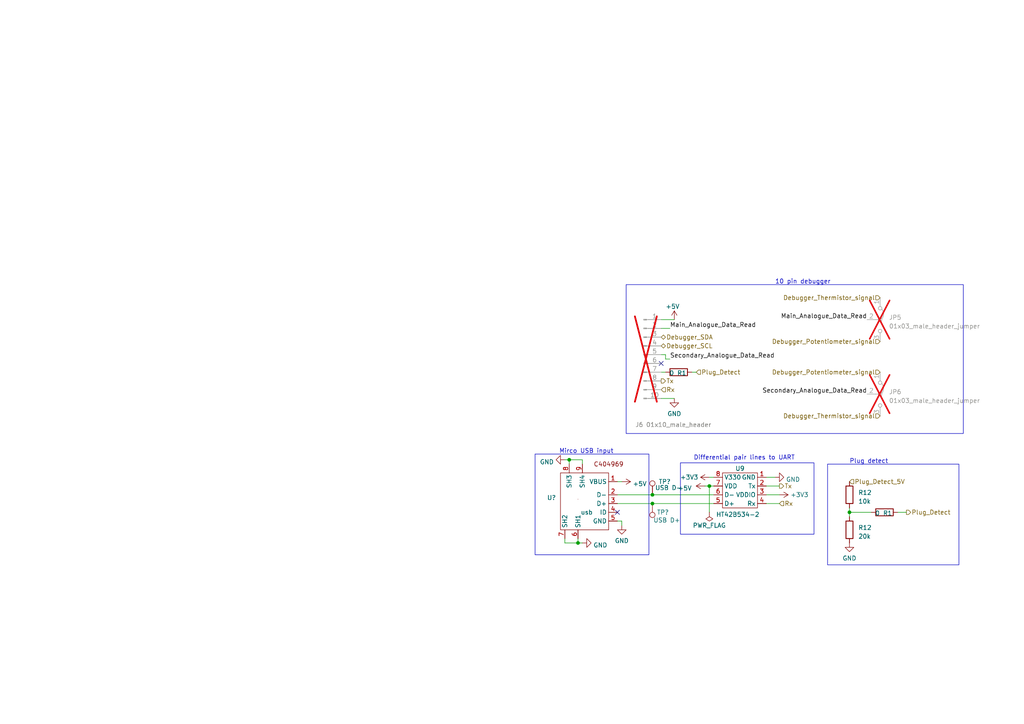
<source format=kicad_sch>
(kicad_sch (version 20230121) (generator eeschema)
  (paper "A4")
  (title_block (title "USB interfacing and 10 pin debugger") (date "2023-03-11") (rev "v0.3") (company "UCT") (comment 1 "Author: Cameron Clark and Robert Dugmore") (comment 2 "For connecting the micro USB to the batttery charger and data extraction from the EEPROM") (comment 3 "For connecting the required 10 pin debugger"))
  (lib_symbols
    (symbol "Connector:Conn_01x10_Pin" (pin_names (offset 1.016) hide)
      (property "Reference" "J" (at 0 12.7 0))
      (property "Value" "Conn_01x10_Pin" (at 0 -15.24 0))
      (symbol "Conn_01x10_Pin_1_1"
        (polyline (pts (xy 1.27 -12.7) (xy 0.8636 -12.7)) (stroke (width 0.1524)))
        (polyline (pts (xy 1.27 -10.16) (xy 0.8636 -10.16)) (stroke (width 0.1524)))
        (polyline (pts (xy 1.27 -7.62) (xy 0.8636 -7.62)) (stroke (width 0.1524)))
        (polyline (pts (xy 1.27 -5.08) (xy 0.8636 -5.08)) (stroke (width 0.1524)))
        (polyline (pts (xy 1.27 -2.54) (xy 0.8636 -2.54)) (stroke (width 0.1524)))
        (polyline (pts (xy 1.27 0) (xy 0.8636 0)) (stroke (width 0.1524)))
        (polyline (pts (xy 1.27 2.54) (xy 0.8636 2.54)) (stroke (width 0.1524)))
        (polyline (pts (xy 1.27 5.08) (xy 0.8636 5.08)) (stroke (width 0.1524)))
        (polyline (pts (xy 1.27 7.62) (xy 0.8636 7.62)) (stroke (width 0.1524)))
        (polyline (pts (xy 1.27 10.16) (xy 0.8636 10.16)) (stroke (width 0.1524)))
        (rectangle (start 0.8636 -12.573) (end 0 -12.827) (stroke (width 0.1524)) (fill (type outline)))
        (rectangle (start 0.8636 -10.033) (end 0 -10.287) (stroke (width 0.1524)) (fill (type outline)))
        (rectangle (start 0.8636 -7.493) (end 0 -7.747) (stroke (width 0.1524)) (fill (type outline)))
        (rectangle (start 0.8636 -4.953) (end 0 -5.207) (stroke (width 0.1524)) (fill (type outline)))
        (rectangle (start 0.8636 -2.413) (end 0 -2.667) (stroke (width 0.1524)) (fill (type outline)))
        (rectangle (start 0.8636 0.127) (end 0 -0.127) (stroke (width 0.1524)) (fill (type outline)))
        (rectangle (start 0.8636 2.667) (end 0 2.413) (stroke (width 0.1524)) (fill (type outline)))
        (rectangle (start 0.8636 5.207) (end 0 4.953) (stroke (width 0.1524)) (fill (type outline)))
        (rectangle (start 0.8636 7.747) (end 0 7.493) (stroke (width 0.1524)) (fill (type outline)))
        (rectangle (start 0.8636 10.287) (end 0 10.033) (stroke (width 0.1524)) (fill (type outline)))
        (pin passive line (at 5.08 10.16 180) (length 3.81) (name "Pin_1") (number "1"))
        (pin passive line (at 5.08 -12.7 180) (length 3.81) (name "Pin_10") (number "10"))
        (pin passive line (at 5.08 7.62 180) (length 3.81) (name "Pin_2") (number "2"))
        (pin passive line (at 5.08 5.08 180) (length 3.81) (name "Pin_3") (number "3"))
        (pin passive line (at 5.08 2.54 180) (length 3.81) (name "Pin_4") (number "4"))
        (pin passive line (at 5.08 0 180) (length 3.81) (name "Pin_5") (number "5"))
        (pin passive line (at 5.08 -2.54 180) (length 3.81) (name "Pin_6") (number "6"))
        (pin passive line (at 5.08 -5.08 180) (length 3.81) (name "Pin_7") (number "7"))
        (pin passive line (at 5.08 -7.62 180) (length 3.81) (name "Pin_8") (number "8"))
        (pin passive line (at 5.08 -10.16 180) (length 3.81) (name "Pin_9") (number "9"))
      )
    )
    (symbol "Connector:TestPoint" (pin_numbers hide) (pin_names (offset 0.762) hide)
      (property "Reference" "TP" (at 0 6.858 0))
      (property "Value" "TestPoint" (at 0 5.08 0))
      (symbol "TestPoint_0_1"
        (circle (center 0 3.302) (radius 0.762))
      )
      (symbol "TestPoint_1_1"
        (pin passive line (at 0 0 90) (length 2.54) (name "1") (number "1"))
      )
    )
    (symbol "Device:R" (pin_numbers hide) (pin_names (offset 0))
      (property "Reference" "R" (at 2.032 0 90))
      (property "Value" "R" (at 0 0 90))
      (symbol "R_0_1"
        (rectangle (start -1.016 -2.54) (end 1.016 2.54) (stroke (width 0.254)))
      )
      (symbol "R_1_1"
        (pin passive line (at 0 3.81 270) (length 1.27) (name "~") (number "1"))
        (pin passive line (at 0 -3.81 90) (length 1.27) (name "~") (number "2"))
      )
    )
    (symbol "EEE3088F_CKR:HT42B534-2"
      (property "Reference" "U" (at 0 6.35 0))
      (property "Value" "HT42B534-2" (at 0 -7.62 0))
      (symbol "HT42B534-2_0_1"
        (rectangle (start -5.08 5.08) (end 5.08 -5.08))
      )
      (symbol "HT42B534-2_1_1"
        (pin input line (at -7.62 3.81 0) (length 2.54) (name "GND") (number "1"))
        (pin input line (at -7.62 1.27 0) (length 2.54) (name "Tx") (number "2"))
        (pin input line (at -7.62 -1.27 0) (length 2.54) (name "VDDIO") (number "3"))
        (pin input line (at -7.62 -3.81 0) (length 2.54) (name "Rx") (number "4"))
        (pin input line (at 7.62 -3.81 180) (length 2.54) (name "D+") (number "5"))
        (pin input line (at 7.62 -1.27 180) (length 2.54) (name "D-") (number "6"))
        (pin input line (at 7.62 1.27 180) (length 2.54) (name "VDD") (number "7"))
        (pin input line (at 7.62 3.81 180) (length 2.54) (name "V330") (number "8"))
      )
    )
    (symbol "Jumper:Jumper_3_Bridged12" (pin_names (offset 0) hide)
      (property "Reference" "JP" (at -2.54 -2.54 0))
      (property "Value" "Jumper_3_Bridged12" (at 0 2.794 0))
      (symbol "Jumper_3_Bridged12_0_0"
        (circle (center -3.302 0) (radius 0.508))
        (circle (center 0 0) (radius 0.508))
        (circle (center 3.302 0) (radius 0.508))
      )
      (symbol "Jumper_3_Bridged12_0_1"
        (arc (start -0.254 0.508) (mid -1.651 0.9912) (end -3.048 0.508))
        (polyline (pts (xy 0 -1.27) (xy 0 -0.508)))
      )
      (symbol "Jumper_3_Bridged12_1_1"
        (pin passive line (at -6.35 0 0) (length 2.54) (name "A") (number "1"))
        (pin passive line (at 0 -3.81 90) (length 2.54) (name "C") (number "2"))
        (pin passive line (at 6.35 0 180) (length 2.54) (name "B") (number "3"))
      )
    )
    (symbol "power:+3V3" (power) (pin_names (offset 0))
      (property "Value" "+3V3" (at 0 3.556 0))
      (symbol "+3V3_0_1"
        (polyline (pts (xy -0.762 1.27) (xy 0 2.54)))
        (polyline (pts (xy 0 0) (xy 0 2.54)))
        (polyline (pts (xy 0 2.54) (xy 0.762 1.27)))
      )
      (symbol "+3V3_1_1"
        (pin power_in line (at 0 0 90) (length 0) hide (name "+3V3") (number "1"))
      )
    )
    (symbol "power:+5V" (power) (pin_names (offset 0))
      (property "Value" "+5V" (at 0 3.556 0))
      (symbol "+5V_0_1"
        (polyline (pts (xy -0.762 1.27) (xy 0 2.54)))
        (polyline (pts (xy 0 0) (xy 0 2.54)))
        (polyline (pts (xy 0 2.54) (xy 0.762 1.27)))
      )
      (symbol "+5V_1_1"
        (pin power_in line (at 0 0 90) (length 0) hide (name "+5V") (number "1"))
      )
    )
    (symbol "power:GND" (power) (pin_names (offset 0))
      (property "Value" "GND" (at 0 -3.81 0))
      (symbol "GND_0_1"
        (polyline (pts (xy 0 0) (xy 0 -1.27) (xy 1.27 -1.27) (xy 0 -2.54) (xy -1.27 -1.27) (xy 0 -1.27)))
      )
      (symbol "GND_1_1"
        (pin power_in line (at 0 0 270) (length 0) hide (name "GND") (number "1"))
      )
    )
    (symbol "power:PWR_FLAG" (power) (pin_numbers hide) (pin_names (offset 0) hide)
      (property "Value" "PWR_FLAG" (at 0 3.81 0))
      (symbol "PWR_FLAG_0_0"
        (pin power_out line (at 0 0 90) (length 0) (name "pwr") (number "1"))
      )
      (symbol "PWR_FLAG_0_1"
        (polyline (pts (xy 0 0) (xy 0 1.27) (xy -1.016 1.905) (xy 0 2.54) (xy 1.016 1.905) (xy 0 1.27)))
      )
    )
    (symbol "power_components_library:C404969"
      (property "Reference" "U" (at -3.81 7.62 0))
      (symbol "C404969_1_1"
        (rectangle (start -6.35 5.08) (end -6.35 5.08))
        (rectangle (start -6.35 5.08) (end 7.62 -11.43))
        (rectangle (start 2.54 -3.81) (end 2.54 -3.81))
        (text "C404969" (at -6.35 -13.97 0) (effects (font (size 1.27 1.27))))
        (pin input line (at -8.89 -8.89 0) (length 2.54) (name "VBUS") (number "1"))
        (pin input line (at -8.89 -5.08 0) (length 2.54) (name "D-") (number "2"))
        (pin input line (at -8.89 -2.54 0) (length 2.54) (name "D+") (number "3"))
        (pin input line (at -8.89 0 0) (length 2.54) (name "ID") (number "4"))
        (pin input line (at -8.89 2.54 0) (length 2.54) (name "GND") (number "5"))
        (pin input line (at 2.54 7.62 270) (length 2.54) (name "SH1") (number "6"))
        (pin input line (at 6.35 7.62 270) (length 2.54) (name "SH2") (number "7"))
        (pin input line (at 5.08 -13.97 90) (length 2.54) (name "SH3") (number "8"))
        (pin input line (at 1.27 -13.97 90) (length 2.54) (name "SH4") (number "9"))
      )
    )
  )
  (junction (at 165.1 133.35))
  (junction (at 189.23 146.05))
  (junction (at 189.23 143.51))
  (junction (at 167.64 157.48))
  (junction (at 246.38 148.59))
  (junction (at 205.74 140.97))
  (no_connect (at 191.77 105.41))
  (no_connect (at 179.07 148.59))
  (wire (pts (xy 194.31 104.14) (xy 193.04 104.14)))
  (wire (pts (xy 168.91 133.35) (xy 168.91 134.62)))
  (wire (pts (xy 165.1 133.35) (xy 165.1 134.62)))
  (wire (pts (xy 189.23 143.51) (xy 207.01 143.51)))
  (wire (pts (xy 195.58 92.71) (xy 191.77 92.71)))
  (wire (pts (xy 191.77 107.95) (xy 193.04 107.95)))
  (wire (pts (xy 180.34 151.13) (xy 180.34 152.4)))
  (wire (pts (xy 179.07 146.05) (xy 189.23 146.05)))
  (wire (pts (xy 193.04 102.87) (xy 191.77 102.87)))
  (wire (pts (xy 194.31 95.25) (xy 191.77 95.25)))
  (wire (pts (xy 189.23 146.05) (xy 207.01 146.05)))
  (wire (pts (xy 179.07 151.13) (xy 180.34 151.13)))
  (wire (pts (xy 222.25 138.43) (xy 224.79 138.43)))
  (wire (pts (xy 222.25 146.05) (xy 226.06 146.05)))
  (wire (pts (xy 222.25 140.97) (xy 226.06 140.97)))
  (wire (pts (xy 191.77 115.57) (xy 195.58 115.57)))
  (wire (pts (xy 163.83 157.48) (xy 167.64 157.48)))
  (wire (pts (xy 205.74 140.97) (xy 205.74 148.59)))
  (wire (pts (xy 205.74 138.43) (xy 207.01 138.43)))
  (wire (pts (xy 179.07 143.51) (xy 189.23 143.51)))
  (wire (pts (xy 193.04 104.14) (xy 193.04 102.87)))
  (wire (pts (xy 179.07 139.7) (xy 180.34 139.7)))
  (wire (pts (xy 260.35 148.59) (xy 262.89 148.59)))
  (wire (pts (xy 246.38 147.32) (xy 246.38 148.59)))
  (wire (pts (xy 246.38 148.59) (xy 246.38 149.86)))
  (wire (pts (xy 163.83 156.21) (xy 163.83 157.48)))
  (wire (pts (xy 205.74 140.97) (xy 207.01 140.97)))
  (wire (pts (xy 222.25 143.51) (xy 226.06 143.51)))
  (wire (pts (xy 246.38 148.59) (xy 252.73 148.59)))
  (wire (pts (xy 167.64 157.48) (xy 167.64 156.21)))
  (wire (pts (xy 165.1 133.35) (xy 168.91 133.35)))
  (wire (pts (xy 167.64 157.48) (xy 168.91 157.48)))
  (wire (pts (xy 163.83 133.35) (xy 165.1 133.35)))
  (wire (pts (xy 200.66 107.95) (xy 201.93 107.95)))
  (wire (pts (xy 204.47 140.97) (xy 205.74 140.97)))
  (rectangle (start 155.194 131.699) (end 188.214 160.909))
  (rectangle (start 240.03 134.62) (end 278.13 163.83))
  (rectangle (start 181.61 82.55) (end 279.4 125.73))
  (rectangle (start 197.358 134.239) (end 236.093 154.94))
  (text "Plug detect" (at 246.38 134.62 0) (effects (font (size 1.27 1.27)) (justify left bottom)))
  (text "Differential pair lines to UART" (at 201.168 133.604 0) (effects (font (size 1.27 1.27)) (justify left bottom)))
  (text "10 pin debugger" (at 224.79 82.55 0) (effects (font (size 1.27 1.27)) (justify left bottom)))
  (text "Mirco USB input" (at 162.179 131.699 0) (effects (font (size 1.27 1.27)) (justify left bottom)))
  (label "Secondary_Analogue_Data_Read" (at 251.46 114.3 180))
  (label "Main_Analogue_Data_Read" (at 194.31 95.25 0))
  (label "Main_Analogue_Data_Read" (at 251.46 92.71 180))
  (label "Secondary_Analogue_Data_Read" (at 194.31 104.14 0))
  (hierarchical_label "Debugger_SDA" (shape bidirectional) (at 191.77 97.79 0))
  (hierarchical_label "Debugger_Potentiometer_signal" (shape input) (at 255.27 107.95 180))
  (hierarchical_label "Debugger_Potentiometer_signal" (shape input) (at 255.27 99.06 180))
  (hierarchical_label "Plug_Detect" (shape output) (at 262.89 148.59 0))
  (hierarchical_label "Rx" (shape input) (at 226.06 146.05 0))
  (hierarchical_label "Plug_Detect" (shape input) (at 201.93 107.95 0))
  (hierarchical_label "Debugger_SCL" (shape bidirectional) (at 191.77 100.33 0))
  (hierarchical_label "Tx" (shape output) (at 191.77 110.49 0))
  (hierarchical_label "Rx" (shape input) (at 191.77 113.03 0))
  (hierarchical_label "Debugger_Thermistor_signal" (shape input) (at 255.27 120.65 180))
  (hierarchical_label "Tx" (shape output) (at 226.06 140.97 0))
  (hierarchical_label "Plug_Detect_5V" (shape input) (at 246.38 139.7 0))
  (hierarchical_label "Debugger_Thermistor_signal" (shape input) (at 255.27 86.36 180))
  (symbol (lib_id "power:GND") (at 224.79 138.43 90) (unit 1)
    (property "Reference" "#PWR055" (effects hide))
    (property "Value" "GND" (at 227.965 139.065 90) (effects (justify right)))
  )
  (symbol (lib_id "Device:R") (at 246.38 153.67 0) (unit 1)
    (property "Reference" "R12" (at 248.92 153.035 0) (effects (justify left)))
    (property "Value" "20k" (at 248.92 155.575 0) (effects (justify left)))
    (property "Footprint" "JLCPartFootprints:R0603" (effects hide))
    (property "Extended Part Cost" "0" (effects hide))
    (property "JLC code" "C4184" (effects hide))
    (property "Part name" "0603WAF2002T5E" (effects hide))
    (property "cost per unit" "0.0010" (effects hide))
    (instances (project "EEE3088F_CKR" (path "" (reference "R12") (unit 1)) (path "" (reference "R60") (unit 1))) (project "power" (path "" (reference "R1") (unit 1))))
  )
  (symbol (lib_id "power:+5V") (at 195.58 92.71 0) (unit 1)
    (property "Reference" "#PWR051" (effects hide))
    (property "Value" "+5V" (at 193.04 88.9 0) (effects (justify left)))
  )
  (symbol (lib_id "power:PWR_FLAG") (at 205.74 148.59 180) (unit 1)
    (property "Reference" "#FLG07" (effects hide))
    (property "Value" "PWR_FLAG" (at 205.74 152.4 0))
  )
  (symbol (lib_id "Connector:TestPoint") (at 189.23 146.05 180) (unit 1)
    (property "Reference" "TP?" (at 190.5 148.59 0) (effects (justify right)))
    (property "Value" "USB D+" (at 189.484 150.876 0) (effects (justify right)))
    (property "Footprint" "CustomFootprints:Testpoint" (effects hide))
    (property "Extended Part Cost" "0" (effects hide))
    (property "cost per unit" "0" (effects hide))
    (property "DNF" "X" (effects hide))
    (instances (project "EEE3088F_CKR" (path "" (reference "TP?") (unit 1)) (path "" (reference "TP?") (unit 1)) (path "" (reference "TP22") (unit 1))))
  )
  (symbol (lib_id "Connector:Conn_01x10_Pin") (at 186.69 102.87 0) (unit 1) (dnp yes)
    (property "Reference" "J6" (at 185.42 123.19 0))
    (property "Value" "01x10_male_header" (at 196.85 123.19 0))
    (property "Footprint" "Connector_PinHeader_2.54mm:PinHeader_1x10_P2.54mm_Vertical" (effects hide))
    (property "Extended Part Cost" "0" (effects hide))
    (property "cost per unit" "0" (effects hide))
    (property "DNF" "X" (effects hide))
  )
  (symbol (lib_id "Connector:TestPoint") (at 189.23 143.51 0) (unit 1)
    (property "Reference" "TP?" (at 191.008 139.7 0) (effects (justify left)))
    (property "Value" "USB D-" (at 189.992 141.478 0) (effects (justify left)))
    (property "Footprint" "CustomFootprints:Testpoint" (effects hide))
    (property "Extended Part Cost" "0" (effects hide))
    (property "cost per unit" "0" (effects hide))
    (property "DNF" "X" (effects hide))
    (instances (project "EEE3088F_CKR" (path "" (reference "TP?") (unit 1)) (path "" (reference "TP?") (unit 1)) (path "" (reference "TP21") (unit 1))))
  )
  (symbol (lib_id "Jumper:Jumper_3_Bridged12") (at 255.27 114.3 270) (unit 1) (dnp yes)
    (property "Reference" "JP6" (at 257.81 113.665 90) (effects (justify left)))
    (property "Value" "01x03_male_header_jumper" (at 257.81 116.205 90) (effects (justify left)))
    (property "Footprint" "Connector_PinHeader_2.54mm:PinHeader_1x03_P2.54mm_Vertical" (effects hide))
    (property "Extended Part Cost" "0" (effects hide))
    (property "cost per unit" "0" (effects hide))
    (property "DNF" "X" (effects hide))
  )
  (symbol (lib_id "Jumper:Jumper_3_Bridged12") (at 255.27 92.71 270) (unit 1) (dnp yes)
    (property "Reference" "JP5" (at 257.81 92.075 90) (effects (justify left)))
    (property "Value" "01x03_male_header_jumper" (at 257.81 94.615 90) (effects (justify left)))
    (property "Footprint" "Connector_PinHeader_2.54mm:PinHeader_1x03_P2.54mm_Vertical" (effects hide))
    (property "Extended Part Cost" "0" (effects hide))
    (property "cost per unit" "0" (effects hide))
    (property "DNF" "X" (effects hide))
  )
  (symbol (lib_id "Device:R") (at 196.85 107.95 90) (unit 1)
    (property "Reference" "R1" (at 197.739 108.204 90))
    (property "Value" "0" (at 194.818 108.204 90))
    (property "Footprint" "JLCPartFootprints:R0603" (effects hide))
    (property "Extended Part Cost" "0" (effects hide))
    (property "JLC code" "C21189" (effects hide))
    (property "Part name" "0603WAF0000T5E" (effects hide))
    (property "cost per unit" "0,0010" (effects hide))
    (instances (project "EEE3088F_CKR" (path "" (reference "R1") (unit 1)) (path "" (reference "R58") (unit 1))))
  )
  (symbol (lib_id "power:+5V") (at 180.34 139.7 270) (unit 1)
    (property "Reference" "#PWR049" (effects hide))
    (property "Value" "+5V" (at 183.515 140.335 90) (effects (justify left)))
  )
  (symbol (lib_id "power:+3V3") (at 226.06 143.51 270) (unit 1)
    (property "Reference" "#PWR056" (effects hide))
    (property "Value" "+3V3" (at 229.235 143.51 90) (effects (justify left)))
  )
  (symbol (lib_id "EEE3088F_CKR:HT42B534-2") (at 214.63 142.24 0) (mirror y) (unit 1)
    (property "Reference" "U9" (at 214.63 135.89 0))
    (property "Value" "HT42B534-2" (at 213.995 149.225 0))
    (property "Footprint" "JLCPartFootprints:SOP-8_L4.9-W3.9-P1.27-LS6.0-BL" (effects hide))
    (property "Extended Part Cost" "3" (effects hide))
    (property "JLC code" "C493294" (effects hide))
    (property "Part name" "HT42B534-2" (effects hide))
    (property "cost per unit" "0.7554" (effects hide))
  )
  (symbol (lib_id "power_components_library:C404969") (at 170.18 148.59 180) (unit 1)
    (property "Reference" "U?" (at 161.29 144.3632 0) (effects (justify left)))
    (property "Value" "usb" (at 170.18 148.59 0))
    (property "Footprint" "JLCPartFootprints:MICRO-USB-SMD_MICROXNJ" (effects hide))
    (property "Extended Part Cost" "3" (effects hide))
    (property "JLC code" "C404969" (effects hide))
    (property "Part name" "MicroXNJ" (effects hide))
    (property "cost per unit" "0.0333" (effects hide))
    (instances (project "EEE3088F_CKR" (path "" (reference "U?") (unit 1)) (path "" (reference "U8") (unit 1))))
  )
  (symbol (lib_id "power:GND") (at 168.91 157.48 90) (unit 1)
    (property "Reference" "#PWR048" (effects hide))
    (property "Value" "GND" (at 172.085 158.115 90) (effects (justify right)))
  )
  (symbol (lib_id "power:GND") (at 195.58 115.57 0) (unit 1)
    (property "Reference" "#PWR052" (effects hide))
    (property "Value" "GND" (at 195.58 120.015 0))
  )
  (symbol (lib_id "power:GND") (at 180.34 152.4 0) (unit 1)
    (property "Reference" "#PWR050" (effects hide))
    (property "Value" "GND" (at 180.34 156.845 0))
  )
  (symbol (lib_id "Device:R") (at 246.38 143.51 0) (unit 1)
    (property "Reference" "R12" (at 248.92 142.875 0) (effects (justify left)))
    (property "Value" "10k" (at 248.92 145.415 0) (effects (justify left)))
    (property "Footprint" "JLCPartFootprints:R0805" (effects hide))
    (property "Extended Part Cost" "0" (effects hide))
    (property "JLC code" "C17414" (effects hide))
    (property "Part name" "0805W8F1002T5E" (effects hide))
    (property "cost per unit" "0,0010" (effects hide))
    (instances (project "EEE3088F_CKR" (path "" (reference "R12") (unit 1)) (path "" (reference "R59") (unit 1))) (project "power" (path "" (reference "R1") (unit 1))))
  )
  (symbol (lib_id "power:GND") (at 163.83 133.35 270) (unit 1)
    (property "Reference" "#PWR047" (effects hide))
    (property "Value" "GND" (at 160.655 133.985 90) (effects (justify right)))
  )
  (symbol (lib_id "Device:R") (at 256.54 148.59 90) (unit 1)
    (property "Reference" "R1" (at 257.429 148.844 90))
    (property "Value" "0" (at 254.508 148.844 90))
    (property "Footprint" "JLCPartFootprints:R0603" (effects hide))
    (property "Extended Part Cost" "0" (effects hide))
    (property "JLC code" "C21189" (effects hide))
    (property "Part name" "0603WAF0000T5E" (effects hide))
    (property "cost per unit" "0,0010" (effects hide))
    (instances (project "EEE3088F_CKR" (path "" (reference "R1") (unit 1)) (path "" (reference "R61") (unit 1))))
  )
  (symbol (lib_id "power:+5V") (at 204.47 140.97 90) (unit 1)
    (property "Reference" "#PWR053" (effects hide))
    (property "Value" "+5V" (at 200.66 141.605 90) (effects (justify left)))
  )
  (symbol (lib_id "power:GND") (at 246.38 157.48 0) (unit 1)
    (property "Reference" "#PWR058" (effects hide))
    (property "Value" "GND" (at 246.38 161.925 0))
  )
  (symbol (lib_id "power:+3V3") (at 205.74 138.43 90) (unit 1)
    (property "Reference" "#PWR054" (effects hide))
    (property "Value" "+3V3" (at 202.565 138.43 90) (effects (justify left)))
  )
)
</source>
